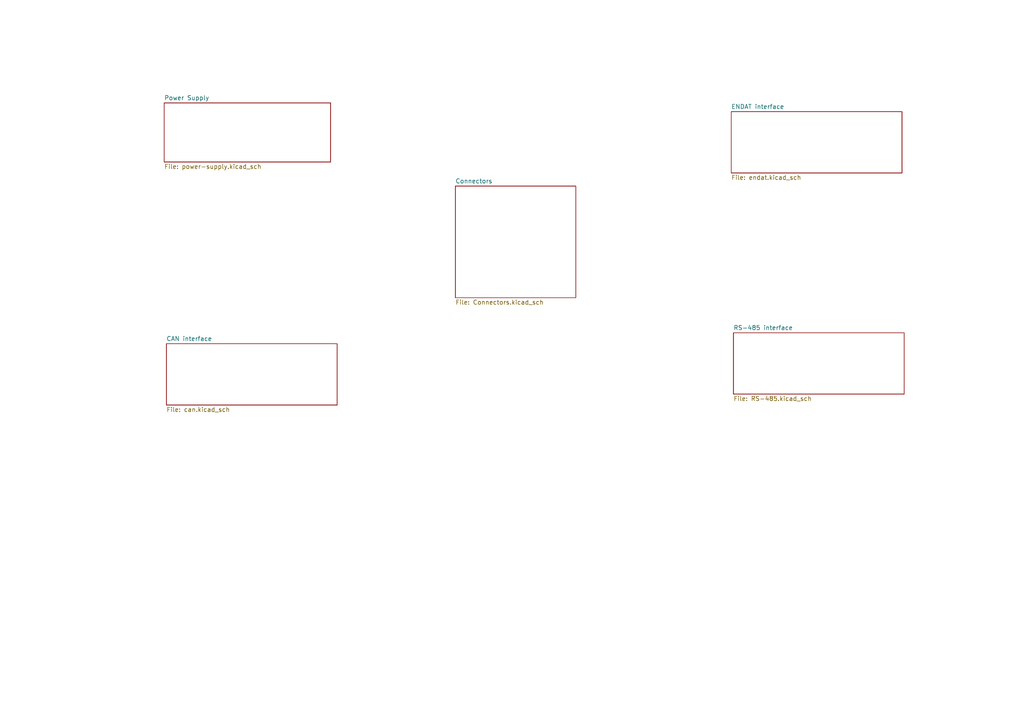
<source format=kicad_sch>
(kicad_sch
	(version 20250114)
	(generator "eeschema")
	(generator_version "9.0")
	(uuid "6b98887b-b6e8-4123-88e9-3723f2ff3083")
	(paper "A4")
	(lib_symbols)
	(sheet
		(at 47.625 29.845)
		(size 48.26 17.145)
		(exclude_from_sim no)
		(in_bom yes)
		(on_board yes)
		(dnp no)
		(fields_autoplaced yes)
		(stroke
			(width 0.1524)
			(type solid)
		)
		(fill
			(color 0 0 0 0.0000)
		)
		(uuid "0c6001c8-ffdd-40f7-92bb-43c58fdc940f")
		(property "Sheetname" "Power Supply"
			(at 47.625 29.1334 0)
			(effects
				(font
					(size 1.27 1.27)
				)
				(justify left bottom)
			)
		)
		(property "Sheetfile" "power-supply.kicad_sch"
			(at 47.625 47.5746 0)
			(effects
				(font
					(size 1.27 1.27)
				)
				(justify left top)
			)
		)
		(instances
			(project "FST-breakout"
				(path "/6b98887b-b6e8-4123-88e9-3723f2ff3083"
					(page "3")
				)
			)
		)
	)
	(sheet
		(at 48.26 99.695)
		(size 49.53 17.78)
		(exclude_from_sim no)
		(in_bom yes)
		(on_board yes)
		(dnp no)
		(fields_autoplaced yes)
		(stroke
			(width 0.1524)
			(type solid)
		)
		(fill
			(color 0 0 0 0.0000)
		)
		(uuid "1a4d0cb9-62f2-497d-a63a-291c727f6a9e")
		(property "Sheetname" "CAN interface"
			(at 48.26 98.9834 0)
			(effects
				(font
					(size 1.27 1.27)
				)
				(justify left bottom)
			)
		)
		(property "Sheetfile" "can.kicad_sch"
			(at 48.26 118.0596 0)
			(effects
				(font
					(size 1.27 1.27)
				)
				(justify left top)
			)
		)
		(instances
			(project "FST-breakout"
				(path "/6b98887b-b6e8-4123-88e9-3723f2ff3083"
					(page "6")
				)
			)
		)
	)
	(sheet
		(at 212.725 96.52)
		(size 49.53 17.78)
		(exclude_from_sim no)
		(in_bom yes)
		(on_board yes)
		(dnp no)
		(fields_autoplaced yes)
		(stroke
			(width 0.1524)
			(type solid)
		)
		(fill
			(color 0 0 0 0.0000)
		)
		(uuid "7b28d561-4fdb-4b9c-a6fd-c48d64b6234e")
		(property "Sheetname" "RS-485 interface"
			(at 212.725 95.8084 0)
			(effects
				(font
					(size 1.27 1.27)
				)
				(justify left bottom)
			)
		)
		(property "Sheetfile" "RS-485.kicad_sch"
			(at 212.725 114.8846 0)
			(effects
				(font
					(size 1.27 1.27)
				)
				(justify left top)
			)
		)
		(instances
			(project "FST-breakout"
				(path "/6b98887b-b6e8-4123-88e9-3723f2ff3083"
					(page "5")
				)
			)
		)
	)
	(sheet
		(at 132.08 53.975)
		(size 34.925 32.385)
		(exclude_from_sim no)
		(in_bom yes)
		(on_board yes)
		(dnp no)
		(fields_autoplaced yes)
		(stroke
			(width 0.1524)
			(type solid)
		)
		(fill
			(color 0 0 0 0.0000)
		)
		(uuid "dd991d28-df61-4d24-9bcd-d195bb9ac4a7")
		(property "Sheetname" "Connectors"
			(at 132.08 53.2634 0)
			(effects
				(font
					(size 1.27 1.27)
				)
				(justify left bottom)
			)
		)
		(property "Sheetfile" "Connectors.kicad_sch"
			(at 132.08 86.9446 0)
			(effects
				(font
					(size 1.27 1.27)
				)
				(justify left top)
			)
		)
		(instances
			(project "FST-breakout"
				(path "/6b98887b-b6e8-4123-88e9-3723f2ff3083"
					(page "2")
				)
			)
		)
	)
	(sheet
		(at 212.09 32.385)
		(size 49.53 17.78)
		(exclude_from_sim no)
		(in_bom yes)
		(on_board yes)
		(dnp no)
		(fields_autoplaced yes)
		(stroke
			(width 0.1524)
			(type solid)
		)
		(fill
			(color 0 0 0 0.0000)
		)
		(uuid "e1c8af08-ce52-4e9f-8e5b-02a698773bbe")
		(property "Sheetname" "ENDAT interface"
			(at 212.09 31.6734 0)
			(effects
				(font
					(size 1.27 1.27)
				)
				(justify left bottom)
			)
		)
		(property "Sheetfile" "endat.kicad_sch"
			(at 212.09 50.7496 0)
			(effects
				(font
					(size 1.27 1.27)
				)
				(justify left top)
			)
		)
		(instances
			(project "FST-breakout"
				(path "/6b98887b-b6e8-4123-88e9-3723f2ff3083"
					(page "4")
				)
			)
		)
	)
	(sheet_instances
		(path "/"
			(page "1")
		)
	)
	(embedded_fonts no)
)

</source>
